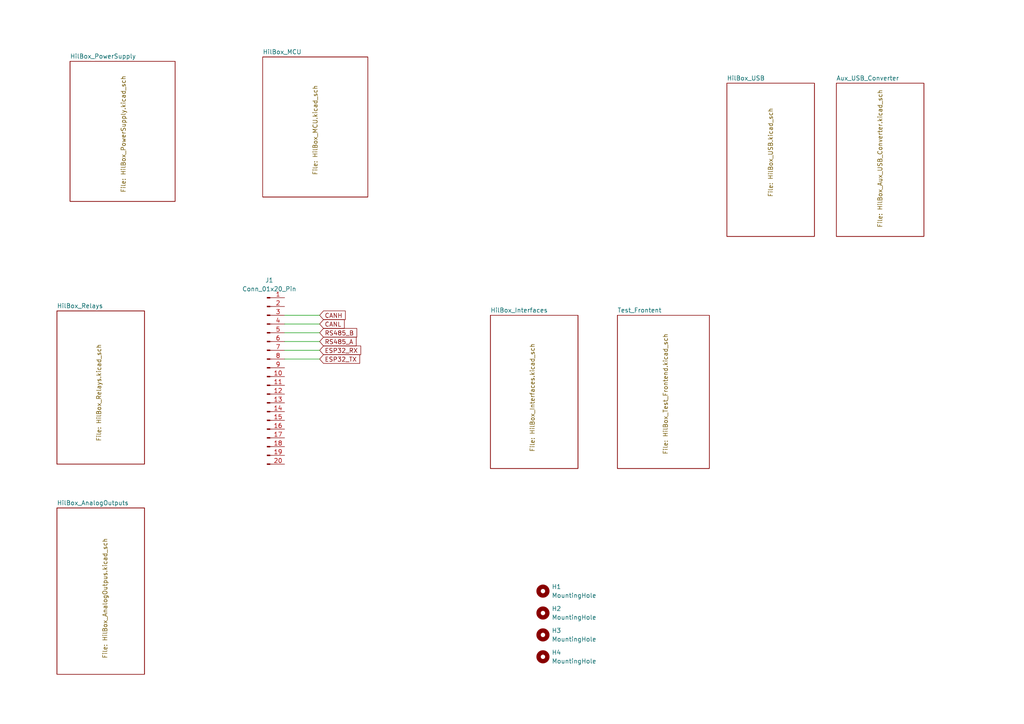
<source format=kicad_sch>
(kicad_sch (version 20250114) (generator "eeschema") (generator_version "9.0")
  (paper "A4")
  (lib_symbols
    (symbol "Connector:Conn_01x20_Pin" (pin_names (offset 1.016) (hide yes))
      (property "Reference" "J" (at 0 25.4 0))
      (property "Value" "Conn_01x20_Pin" (at 0 -27.94 0))
      (symbol "Conn_01x20_Pin_1_1"
        (rectangle (start 0.8636 22.987) (end 0 22.733) (stroke (width 0.1524)) (fill (type outline)))
        (rectangle (start 0.8636 20.447) (end 0 20.193) (stroke (width 0.1524)) (fill (type outline)))
        (rectangle (start 0.8636 17.907) (end 0 17.653) (stroke (width 0.1524)) (fill (type outline)))
        (rectangle (start 0.8636 15.367) (end 0 15.113) (stroke (width 0.1524)) (fill (type outline)))
        (rectangle (start 0.8636 12.827) (end 0 12.573) (stroke (width 0.1524)) (fill (type outline)))
        (rectangle (start 0.8636 10.287) (end 0 10.033) (stroke (width 0.1524)) (fill (type outline)))
        (rectangle (start 0.8636 7.747) (end 0 7.493) (stroke (width 0.1524)) (fill (type outline)))
        (rectangle (start 0.8636 5.207) (end 0 4.953) (stroke (width 0.1524)) (fill (type outline)))
        (rectangle (start 0.8636 2.667) (end 0 2.413) (stroke (width 0.1524)) (fill (type outline)))
        (rectangle (start 0.8636 0.127) (end 0 -0.127) (stroke (width 0.1524)) (fill (type outline)))
        (rectangle (start 0.8636 -2.413) (end 0 -2.667) (stroke (width 0.1524)) (fill (type outline)))
        (rectangle (start 0.8636 -4.953) (end 0 -5.207) (stroke (width 0.1524)) (fill (type outline)))
        (rectangle (start 0.8636 -7.493) (end 0 -7.747) (stroke (width 0.1524)) (fill (type outline)))
        (rectangle (start 0.8636 -10.033) (end 0 -10.287) (stroke (width 0.1524)) (fill (type outline)))
        (rectangle (start 0.8636 -12.573) (end 0 -12.827) (stroke (width 0.1524)) (fill (type outline)))
        (rectangle (start 0.8636 -15.113) (end 0 -15.367) (stroke (width 0.1524)) (fill (type outline)))
        (rectangle (start 0.8636 -17.653) (end 0 -17.907) (stroke (width 0.1524)) (fill (type outline)))
        (rectangle (start 0.8636 -20.193) (end 0 -20.447) (stroke (width 0.1524)) (fill (type outline)))
        (rectangle (start 0.8636 -22.733) (end 0 -22.987) (stroke (width 0.1524)) (fill (type outline)))
        (rectangle (start 0.8636 -25.273) (end 0 -25.527) (stroke (width 0.1524)) (fill (type outline)))
        (polyline (pts (xy 1.27 22.86) (xy 0.8636 22.86)) (stroke (width 0.1524)))
        (polyline (pts (xy 1.27 20.32) (xy 0.8636 20.32)) (stroke (width 0.1524)))
        (polyline (pts (xy 1.27 17.78) (xy 0.8636 17.78)) (stroke (width 0.1524)))
        (polyline (pts (xy 1.27 15.24) (xy 0.8636 15.24)) (stroke (width 0.1524)))
        (polyline (pts (xy 1.27 12.7) (xy 0.8636 12.7)) (stroke (width 0.1524)))
        (polyline (pts (xy 1.27 10.16) (xy 0.8636 10.16)) (stroke (width 0.1524)))
        (polyline (pts (xy 1.27 7.62) (xy 0.8636 7.62)) (stroke (width 0.1524)))
        (polyline (pts (xy 1.27 5.08) (xy 0.8636 5.08)) (stroke (width 0.1524)))
        (polyline (pts (xy 1.27 2.54) (xy 0.8636 2.54)) (stroke (width 0.1524)))
        (polyline (pts (xy 1.27 0) (xy 0.8636 0)) (stroke (width 0.1524)))
        (polyline (pts (xy 1.27 -2.54) (xy 0.8636 -2.54)) (stroke (width 0.1524)))
        (polyline (pts (xy 1.27 -5.08) (xy 0.8636 -5.08)) (stroke (width 0.1524)))
        (polyline (pts (xy 1.27 -7.62) (xy 0.8636 -7.62)) (stroke (width 0.1524)))
        (polyline (pts (xy 1.27 -10.16) (xy 0.8636 -10.16)) (stroke (width 0.1524)))
        (polyline (pts (xy 1.27 -12.7) (xy 0.8636 -12.7)) (stroke (width 0.1524)))
        (polyline (pts (xy 1.27 -15.24) (xy 0.8636 -15.24)) (stroke (width 0.1524)))
        (polyline (pts (xy 1.27 -17.78) (xy 0.8636 -17.78)) (stroke (width 0.1524)))
        (polyline (pts (xy 1.27 -20.32) (xy 0.8636 -20.32)) (stroke (width 0.1524)))
        (polyline (pts (xy 1.27 -22.86) (xy 0.8636 -22.86)) (stroke (width 0.1524)))
        (polyline (pts (xy 1.27 -25.4) (xy 0.8636 -25.4)) (stroke (width 0.1524)))
        (pin passive line (at 5.08 22.86 180) (length 3.81) (name "Pin_1") (number "1"))
        (pin passive line (at 5.08 20.32 180) (length 3.81) (name "Pin_2") (number "2"))
        (pin passive line (at 5.08 17.78 180) (length 3.81) (name "Pin_3") (number "3"))
        (pin passive line (at 5.08 15.24 180) (length 3.81) (name "Pin_4") (number "4"))
        (pin passive line (at 5.08 12.7 180) (length 3.81) (name "Pin_5") (number "5"))
        (pin passive line (at 5.08 10.16 180) (length 3.81) (name "Pin_6") (number "6"))
        (pin passive line (at 5.08 7.62 180) (length 3.81) (name "Pin_7") (number "7"))
        (pin passive line (at 5.08 5.08 180) (length 3.81) (name "Pin_8") (number "8"))
        (pin passive line (at 5.08 2.54 180) (length 3.81) (name "Pin_9") (number "9"))
        (pin passive line (at 5.08 0 180) (length 3.81) (name "Pin_10") (number "10"))
        (pin passive line (at 5.08 -2.54 180) (length 3.81) (name "Pin_11") (number "11"))
        (pin passive line (at 5.08 -5.08 180) (length 3.81) (name "Pin_12") (number "12"))
        (pin passive line (at 5.08 -7.62 180) (length 3.81) (name "Pin_13") (number "13"))
        (pin passive line (at 5.08 -10.16 180) (length 3.81) (name "Pin_14") (number "14"))
        (pin passive line (at 5.08 -12.7 180) (length 3.81) (name "Pin_15") (number "15"))
        (pin passive line (at 5.08 -15.24 180) (length 3.81) (name "Pin_16") (number "16"))
        (pin passive line (at 5.08 -17.78 180) (length 3.81) (name "Pin_17") (number "17"))
        (pin passive line (at 5.08 -20.32 180) (length 3.81) (name "Pin_18") (number "18"))
        (pin passive line (at 5.08 -22.86 180) (length 3.81) (name "Pin_19") (number "19"))
        (pin passive line (at 5.08 -25.4 180) (length 3.81) (name "Pin_20") (number "20"))
      )
    )
    (symbol "Mechanical:MountingHole" (pin_names (offset 1.016)) (exclude_from_sim yes) (in_bom no)
      (property "Reference" "H" (at 0 5.08 0))
      (property "Value" "MountingHole" (at 0 3.175 0))
      (symbol "MountingHole_0_1"
        (circle (center 0 0) (radius 1.27) (stroke (width 1.27)))
      )
    )
  )
  (wire (pts (xy 82.55 101.6) (xy 92.71 101.6)))
  (wire (pts (xy 82.55 96.52) (xy 92.71 96.52)))
  (wire (pts (xy 82.55 99.06) (xy 92.71 99.06)))
  (wire (pts (xy 82.55 91.44) (xy 92.71 91.44)))
  (wire (pts (xy 82.55 93.98) (xy 92.71 93.98)))
  (wire (pts (xy 82.55 104.14) (xy 92.71 104.14)))
  (global_label "CANL" (shape input) (at 92.71 93.98 0) (property "Intersheetrefs" "${INTERSHEET_REFS}" (effects (hide yes))))
  (global_label "RS485_A" (shape input) (at 92.71 99.06 0) (property "Intersheetrefs" "${INTERSHEET_REFS}" (effects (hide yes))))
  (global_label "ESP32_RX" (shape input) (at 92.71 101.6 0) (property "Intersheetrefs" "${INTERSHEET_REFS}" (effects (hide yes))))
  (global_label "RS485_B" (shape input) (at 92.71 96.52 0) (property "Intersheetrefs" "${INTERSHEET_REFS}" (effects (hide yes))))
  (global_label "CANH" (shape input) (at 92.71 91.44 0) (property "Intersheetrefs" "${INTERSHEET_REFS}" (effects (hide yes))))
  (global_label "ESP32_TX" (shape input) (at 92.71 104.14 0) (property "Intersheetrefs" "${INTERSHEET_REFS}" (effects (hide yes))))
  (symbol (lib_id "Mechanical:MountingHole") (at 157.48 190.5 0) (unit 1) (exclude_from_sim yes) (in_bom no)
    (property "Reference" "H4" (at 160.02 189.2299 0) (effects (justify left)))
    (property "Value" "MountingHole" (at 160.02 191.7699 0) (effects (justify left)))
    (property "Footprint" "MountingHole:MountingHole_3.2mm_M3" (effects (hide yes)))
    (property "Description" "Mounting Hole without connection" (effects (hide yes)))
  )
  (symbol (lib_id "Connector:Conn_01x20_Pin") (at 77.47 109.22 0) (unit 1)
    (property "Reference" "J1" (at 78.105 81.28 0))
    (property "Value" "Conn_01x20_Pin" (at 78.105 83.82 0))
    (property "Footprint" "Connectors:Terminal_Block_3_81_20p_Horizontal" (effects (hide yes)))
    (property "Description" "Generic connector, single row, 01x20, script generated" (effects (hide yes)))
  )
  (symbol (lib_id "Mechanical:MountingHole") (at 157.48 184.15 0) (unit 1) (exclude_from_sim yes) (in_bom no)
    (property "Reference" "H3" (at 160.02 182.8799 0) (effects (justify left)))
    (property "Value" "MountingHole" (at 160.02 185.4199 0) (effects (justify left)))
    (property "Footprint" "MountingHole:MountingHole_3.2mm_M3" (effects (hide yes)))
    (property "Description" "Mounting Hole without connection" (effects (hide yes)))
  )
  (symbol (lib_id "Mechanical:MountingHole") (at 157.48 171.45 0) (unit 1) (exclude_from_sim yes) (in_bom no)
    (property "Reference" "H1" (at 160.02 170.1799 0) (effects (justify left)))
    (property "Value" "MountingHole" (at 160.02 172.7199 0) (effects (justify left)))
    (property "Footprint" "MountingHole:MountingHole_3.2mm_M3" (effects (hide yes)))
    (property "Description" "Mounting Hole without connection" (effects (hide yes)))
  )
  (symbol (lib_id "Mechanical:MountingHole") (at 157.48 177.8 0) (unit 1) (exclude_from_sim yes) (in_bom no)
    (property "Reference" "H2" (at 160.02 176.5299 0) (effects (justify left)))
    (property "Value" "MountingHole" (at 160.02 179.0699 0) (effects (justify left)))
    (property "Footprint" "MountingHole:MountingHole_3.2mm_M3" (effects (hide yes)))
    (property "Description" "Mounting Hole without connection" (effects (hide yes)))
  )
  (sheet (at 20.32 17.78) (size 30.48 40.64) (stroke (width 0.1524))
    (property "Sheetname" "HilBox_PowerSupply" (at 20.32 17.0684 0) (effects (justify left bottom)))
    (property "Sheetfile" "HilBox_PowerSupply.kicad_sch" (at 35.052 55.88 90) (effects (justify left top)))
  )
  (sheet (at 210.82 24.13) (size 25.4 44.45) (stroke (width 0.1524))
    (property "Sheetname" "HilBox_USB" (at 210.82 23.4184 0) (effects (justify left bottom)))
    (property "Sheetfile" "HilBox_USB.kicad_sch" (at 222.758 57.15 90) (effects (justify left top)))
  )
  (sheet (at 76.2 16.51) (size 30.48 40.64) (stroke (width 0.1524))
    (property "Sheetname" "HilBox_MCU" (at 76.2 15.7984 0) (effects (justify left bottom)))
    (property "Sheetfile" "HilBox_MCU.kicad_sch" (at 90.678 50.8 90) (effects (justify left top)))
  )
  (sheet (at 242.57 24.13) (size 25.4 44.45) (stroke (width 0.1524))
    (property "Sheetname" "Aux_USB_Converter" (at 242.57 23.4184 0) (effects (justify left bottom)))
    (property "Sheetfile" "HilBox_Aux_USB_Converter.kicad_sch" (at 254.508 66.04 90) (effects (justify left top)))
  )
  (sheet (at 16.51 147.32) (size 25.4 48.26) (stroke (width 0.1524))
    (property "Sheetname" "HilBox_AnalogOutputs" (at 16.51 146.6084 0) (effects (justify left bottom)))
    (property "Sheetfile" "HilBox_AnalogOutpus.kicad_sch" (at 29.718 191.008 90) (effects (justify left top)))
  )
  (sheet (at 142.24 91.44) (size 25.4 44.45) (stroke (width 0.1524))
    (property "Sheetname" "HilBox_Interfaces" (at 142.24 90.7284 0) (effects (justify left bottom)))
    (property "Sheetfile" "HilBox_Interfaces.kicad_sch" (at 153.67 131.064 90) (effects (justify left top)))
  )
  (sheet (at 179.07 91.44) (size 26.67 44.45) (stroke (width 0.1524))
    (property "Sheetname" "Test_Frontent" (at 179.07 90.7284 0) (effects (justify left bottom)))
    (property "Sheetfile" "HilBox_Test_Frontend.kicad_sch" (at 192.278 131.826 90) (effects (justify left top)))
  )
  (sheet (at 16.51 90.17) (size 25.4 44.45) (stroke (width 0.1524))
    (property "Sheetname" "HilBox_Relays" (at 16.51 89.4584 0) (effects (justify left bottom)))
    (property "Sheetfile" "HilBox_Relays.kicad_sch" (at 27.94 128.016 90) (effects (justify left top)))
  )
)
</source>
